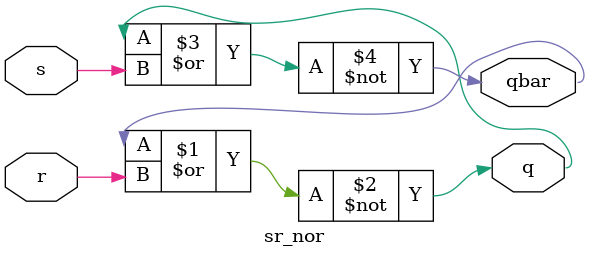
<source format=v>
module sr_nor(input s, r,output q,qbar); 

wire nor1,nor2;

nor(q,qbar,r);
nor(qbar,q,s);

endmodule
</source>
